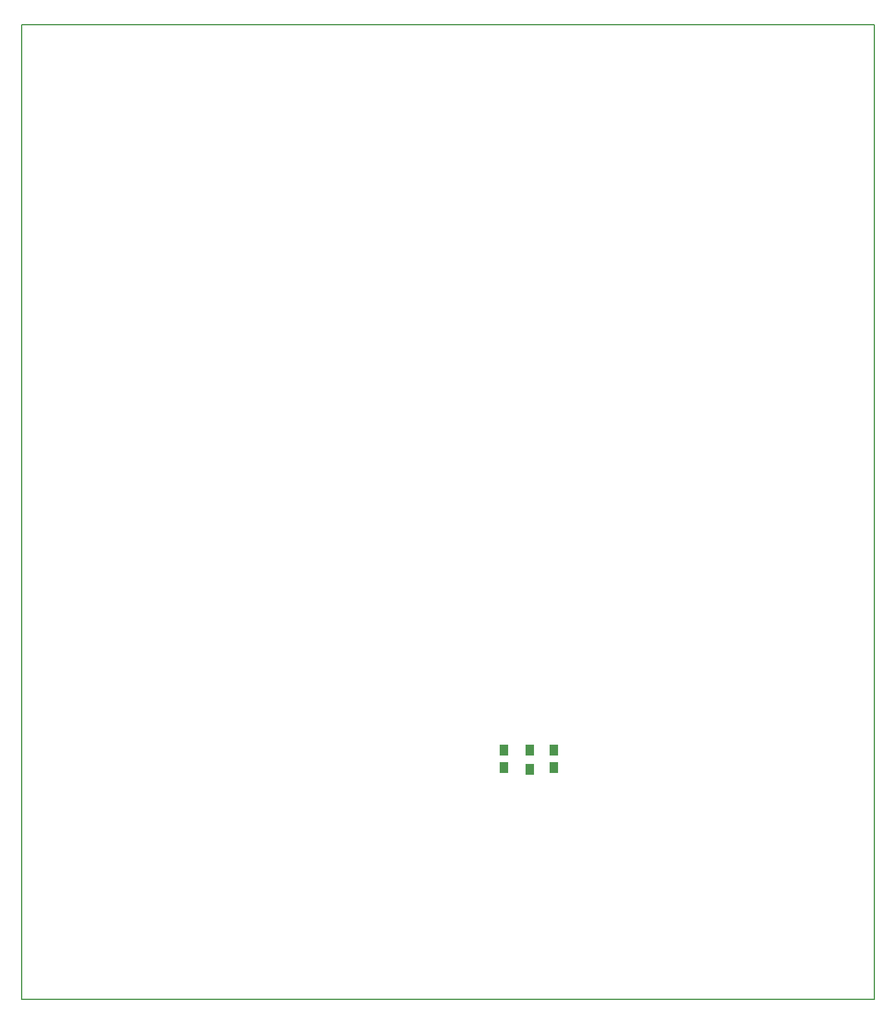
<source format=gbr>
%TF.GenerationSoftware,KiCad,Pcbnew,(5.0.1-3-g963ef8bb5)*%
%TF.CreationDate,2019-03-05T20:33:43+01:00*%
%TF.ProjectId,KaJUSBhub,4B614A5553426875622E6B696361645F,0.1*%
%TF.SameCoordinates,Original*%
%TF.FileFunction,Paste,Bot*%
%TF.FilePolarity,Positive*%
%FSLAX46Y46*%
G04 Gerber Fmt 4.6, Leading zero omitted, Abs format (unit mm)*
G04 Created by KiCad (PCBNEW (5.0.1-3-g963ef8bb5)) date Dienstag, 05. März 2019 um 20:33:43*
%MOMM*%
%LPD*%
G01*
G04 APERTURE LIST*
%ADD10C,0.150000*%
%ADD11R,1.250000X1.500000*%
%ADD12R,1.300000X1.500000*%
G04 APERTURE END LIST*
D10*
X100000000Y-157000000D02*
X100000000Y-20000000D01*
X220000000Y-157000000D02*
X100000000Y-157000000D01*
X100000000Y-20000000D02*
X220000000Y-20000000D01*
X220000000Y-20000000D02*
X220000000Y-157000000D01*
D11*
%TO.C,C7*%
X167900000Y-121950000D03*
X167900000Y-124450000D03*
%TD*%
D12*
%TO.C,R8*%
X171500000Y-121950000D03*
X171500000Y-124650000D03*
%TD*%
D11*
%TO.C,C8*%
X174900000Y-121950000D03*
X174900000Y-124450000D03*
%TD*%
M02*

</source>
